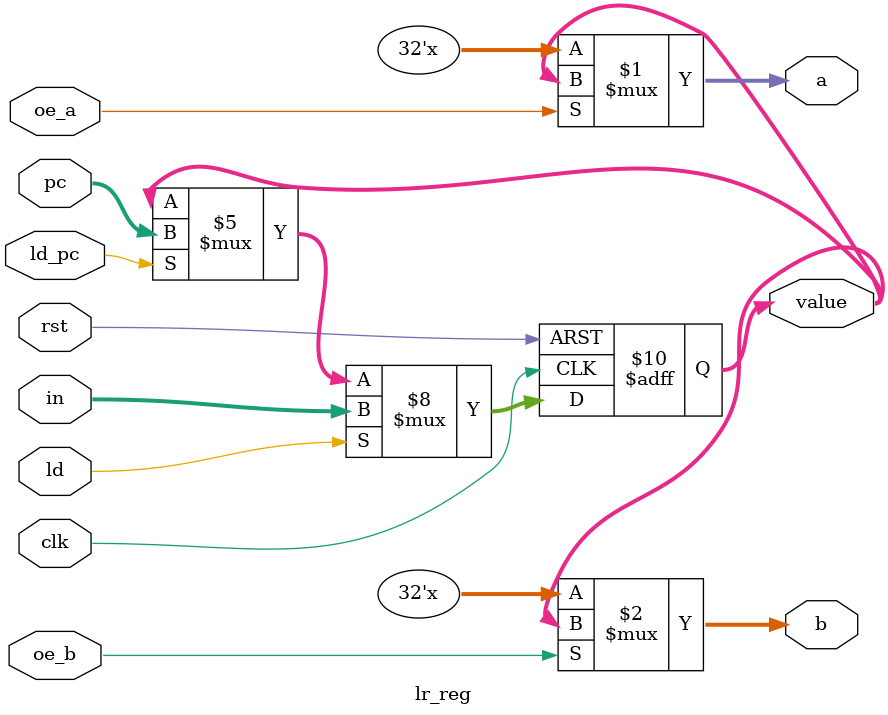
<source format=sv>
module lr_reg #(
    parameter integer SIZE = 32,
    parameter logic [SIZE-1:0] INITIAL_VAL = 0
) (
    input clk,
    input rst,
    output tri [SIZE-1:0] a,
    output tri [SIZE-1:0] b,
    input [SIZE-1:0] in,
    input oe_a,
    input oe_b,
    input ld,
    input [SIZE-1:0] pc,
    input ld_pc,
    output logic [SIZE-1:0] value = INITIAL_VAL // only if you need to directly access (not on the data/addr bus)
);
  assign a = oe_a ? value : 'hz;
  assign b = oe_b ? value : 'hz;

  always_ff @(posedge clk or posedge rst)
    if (rst) value <= INITIAL_VAL;
    else if (ld) value <= in;
    else if (ld_pc) value <= pc;
endmodule

</source>
